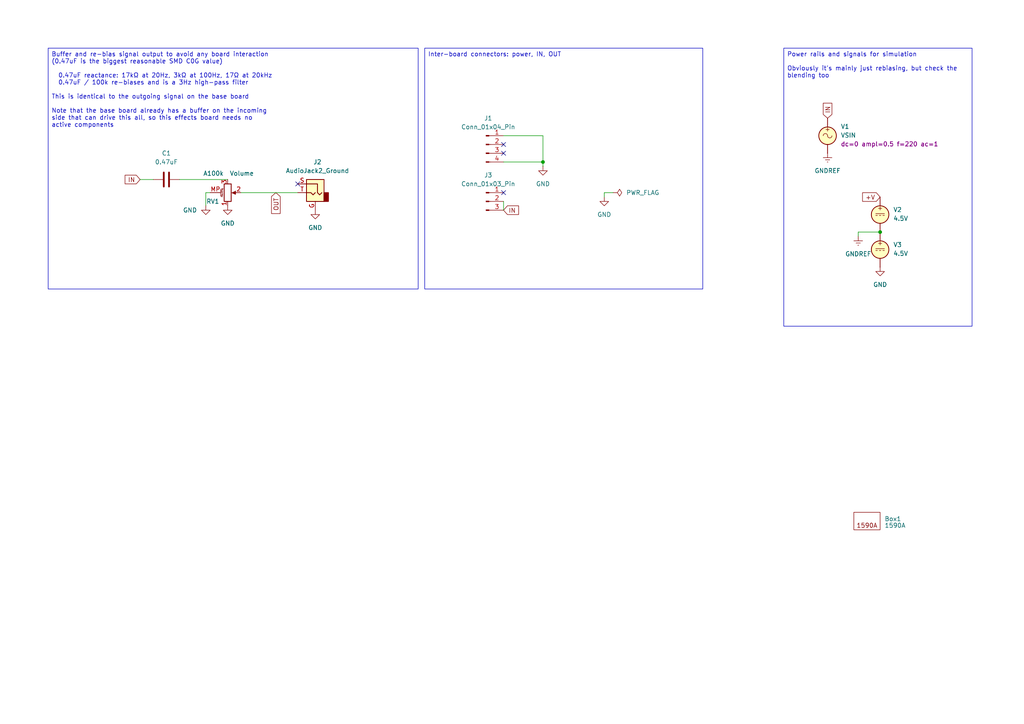
<source format=kicad_sch>
(kicad_sch (version 20250114) (generator "eeschema") (generator_version "9.0")
  (paper "A4")
  (title_block (title "Splitter") (date "2025-05-25") (rev "v2.0"))
  (lib_symbols
    (symbol "Connector:Conn_01x03_Pin" (pin_names (offset 1.016) (hide yes))
      (property "Reference" "J" (at 0 5.08 0))
      (property "Value" "Conn_01x03_Pin" (at 0 -5.08 0))
      (symbol "Conn_01x03_Pin_1_1"
        (rectangle (start 0.8636 2.667) (end 0 2.413) (stroke (width 0.1524)) (fill (type outline)))
        (rectangle (start 0.8636 0.127) (end 0 -0.127) (stroke (width 0.1524)) (fill (type outline)))
        (rectangle (start 0.8636 -2.413) (end 0 -2.667) (stroke (width 0.1524)) (fill (type outline)))
        (polyline (pts (xy 1.27 2.54) (xy 0.8636 2.54)) (stroke (width 0.1524)))
        (polyline (pts (xy 1.27 0) (xy 0.8636 0)) (stroke (width 0.1524)))
        (polyline (pts (xy 1.27 -2.54) (xy 0.8636 -2.54)) (stroke (width 0.1524)))
        (pin passive line (at 5.08 2.54 180) (length 3.81) (name "Pin_1") (number "1"))
        (pin passive line (at 5.08 0 180) (length 3.81) (name "Pin_2") (number "2"))
        (pin passive line (at 5.08 -2.54 180) (length 3.81) (name "Pin_3") (number "3"))
      )
    )
    (symbol "Connector:Conn_01x04_Pin" (pin_names (offset 1.016) (hide yes))
      (property "Reference" "J" (at 0 5.08 0))
      (property "Value" "Conn_01x04_Pin" (at 0 -7.62 0))
      (symbol "Conn_01x04_Pin_1_1"
        (rectangle (start 0.8636 2.667) (end 0 2.413) (stroke (width 0.1524)) (fill (type outline)))
        (rectangle (start 0.8636 0.127) (end 0 -0.127) (stroke (width 0.1524)) (fill (type outline)))
        (rectangle (start 0.8636 -2.413) (end 0 -2.667) (stroke (width 0.1524)) (fill (type outline)))
        (rectangle (start 0.8636 -4.953) (end 0 -5.207) (stroke (width 0.1524)) (fill (type outline)))
        (polyline (pts (xy 1.27 2.54) (xy 0.8636 2.54)) (stroke (width 0.1524)))
        (polyline (pts (xy 1.27 0) (xy 0.8636 0)) (stroke (width 0.1524)))
        (polyline (pts (xy 1.27 -2.54) (xy 0.8636 -2.54)) (stroke (width 0.1524)))
        (polyline (pts (xy 1.27 -5.08) (xy 0.8636 -5.08)) (stroke (width 0.1524)))
        (pin passive line (at 5.08 2.54 180) (length 3.81) (name "Pin_1") (number "1"))
        (pin passive line (at 5.08 0 180) (length 3.81) (name "Pin_2") (number "2"))
        (pin passive line (at 5.08 -2.54 180) (length 3.81) (name "Pin_3") (number "3"))
        (pin passive line (at 5.08 -5.08 180) (length 3.81) (name "Pin_4") (number "4"))
      )
    )
    (symbol "Connector_Audio:AudioJack2_Ground"
      (property "Reference" "J" (at 0 8.89 0))
      (property "Value" "AudioJack2_Ground" (at 0 6.35 0))
      (symbol "AudioJack2_Ground_0_1"
        (rectangle (start -2.54 -2.54) (end -3.81 0) (stroke (width 0.254)) (fill (type outline)))
        (polyline (pts (xy 0 0) (xy 0.635 -0.635) (xy 1.27 0) (xy 2.54 0)) (stroke (width 0.254)))
        (rectangle (start 2.54 3.81) (end -2.54 -2.54) (stroke (width 0.254)) (fill (type background)))
        (polyline (pts (xy 2.54 2.54) (xy -0.635 2.54) (xy -0.635 0) (xy -1.27 -0.635) (xy -1.905 0)) (stroke (width 0.254)))
      )
      (symbol "AudioJack2_Ground_1_1"
        (pin passive line (at 0 -5.08 90) (length 2.54) (name "~") (number "G"))
        (pin passive line (at 5.08 2.54 180) (length 2.54) (name "~") (number "S"))
        (pin passive line (at 5.08 0 180) (length 2.54) (name "~") (number "T"))
      )
    )
    (symbol "Device:C" (pin_numbers (hide yes)) (pin_names (offset 0.254))
      (property "Reference" "C" (at 0.635 2.54 0))
      (property "Value" "C" (at 0.635 -2.54 0))
      (symbol "C_0_1"
        (polyline (pts (xy -2.032 0.762) (xy 2.032 0.762)) (stroke (width 0.508)))
        (polyline (pts (xy -2.032 -0.762) (xy 2.032 -0.762)) (stroke (width 0.508)))
      )
      (symbol "C_1_1"
        (pin passive line (at 0 3.81 270) (length 2.794) (name "~") (number "1"))
        (pin passive line (at 0 -3.81 90) (length 2.794) (name "~") (number "2"))
      )
    )
    (symbol "Device:R_Potentiometer_MountingPin" (pin_names (offset 1.016) (hide yes))
      (property "Reference" "RV" (at -8.255 0 90))
      (property "Value" "R_Potentiometer_MountingPin" (at -6.35 0 90))
      (symbol "R_Potentiometer_MountingPin_0_1"
        (rectangle (start 1.016 2.54) (end -1.016 -2.54) (stroke (width 0.254)))
        (polyline (pts (xy 1.143 0) (xy 2.286 0.508) (xy 2.286 -0.508)) (fill (type outline)))
        (polyline (pts (xy 2.54 0) (xy 1.524 0)))
      )
      (symbol "R_Potentiometer_MountingPin_1_1"
        (polyline (pts (xy -2.032 1.016) (xy -2.032 -1.016)) (stroke (width 0.1524)))
        (text "Mounting" (at -1.651 0 900) (effects (font (size 0.381 0.381))))
        (pin passive line (at -5.08 0 0) (length 3.048) (name "MountPin") (number "MP"))
        (pin passive line (at 0 3.81 270) (length 1.27) (name "1") (number "1"))
        (pin passive line (at 0 -3.81 90) (length 1.27) (name "3") (number "3"))
        (pin passive line (at 3.81 0 180) (length 1.27) (name "2") (number "2"))
      )
    )
    (symbol "Mylib:Enclosure_1590A" (exclude_from_sim yes)
      (property "Reference" "Box" (at 0 0 0))
      (symbol "Enclosure_1590A_0_1"
        (rectangle (start -3.81 1.27) (end 3.81 -3.81))
      )
      (symbol "Enclosure_1590A_1_1"
        (text "1590A" (at 0 -2.54 0) (effects (font (size 1.27 1.27))))
      )
    )
    (symbol "Simulation_SPICE:VDC" (pin_numbers (hide yes)) (pin_names (offset 0.0254))
      (property "Reference" "V" (at 2.54 2.54 0))
      (property "Value" "1" (at 2.54 0 0))
      (symbol "VDC_0_0"
        (polyline (pts (xy -1.27 0.254) (xy 1.27 0.254)))
        (polyline (pts (xy -0.762 -0.254) (xy -1.27 -0.254)))
        (polyline (pts (xy 0.254 -0.254) (xy -0.254 -0.254)))
        (polyline (pts (xy 1.27 -0.254) (xy 0.762 -0.254)))
        (text "+" (at 0 1.905 0) (effects (font (size 1.27 1.27))))
      )
      (symbol "VDC_0_1"
        (circle (center 0 0) (radius 2.54) (stroke (width 0.254)) (fill (type background)))
      )
      (symbol "VDC_1_1"
        (pin passive line (at 0 5.08 270) (length 2.54) (name "~") (number "1"))
        (pin passive line (at 0 -5.08 90) (length 2.54) (name "~") (number "2"))
      )
    )
    (symbol "Simulation_SPICE:VSIN" (pin_numbers (hide yes)) (pin_names (offset 0.0254))
      (property "Reference" "V" (at 2.54 2.54 0))
      (property "Value" "VSIN" (at 2.54 0 0))
      (property "Sim.Params" "dc=0 ampl=1 f=1k ac=1" (at 2.54 -2.54 0))
      (symbol "VSIN_0_0"
        (arc (start -1.27 0) (mid -0.635 0.6323) (end 0 0))
        (arc (start 1.27 0) (mid 0.635 -0.6323) (end 0 0))
        (text "+" (at 0 1.905 0) (effects (font (size 1.27 1.27))))
      )
      (symbol "VSIN_0_1"
        (circle (center 0 0) (radius 2.54) (stroke (width 0.254)) (fill (type background)))
      )
      (symbol "VSIN_1_1"
        (pin passive line (at 0 5.08 270) (length 2.54) (name "~") (number "1"))
        (pin passive line (at 0 -5.08 90) (length 2.54) (name "~") (number "2"))
      )
    )
    (symbol "power:GND" (power) (pin_numbers (hide yes)) (pin_names (offset 0) (hide yes))
      (property "Value" "GND" (at 0 -3.81 0))
      (symbol "GND_0_1"
        (polyline (pts (xy 0 0) (xy 0 -1.27) (xy 1.27 -1.27) (xy 0 -2.54) (xy -1.27 -1.27) (xy 0 -1.27)))
      )
      (symbol "GND_1_1"
        (pin power_in line (at 0 0 270) (length 0) (name "~") (number "1"))
      )
    )
    (symbol "power:GNDREF" (power) (pin_numbers (hide yes)) (pin_names (offset 0) (hide yes))
      (property "Value" "GNDREF" (at 0 -3.81 0))
      (symbol "GNDREF_0_1"
        (polyline (pts (xy -0.635 -1.905) (xy 0.635 -1.905)))
        (polyline (pts (xy -0.127 -2.54) (xy 0.127 -2.54)))
        (polyline (pts (xy 0 -1.27) (xy 0 0)))
        (polyline (pts (xy 1.27 -1.27) (xy -1.27 -1.27)))
      )
      (symbol "GNDREF_1_1"
        (pin power_in line (at 0 0 270) (length 0) (name "~") (number "1"))
      )
    )
    (symbol "power:PWR_FLAG" (power) (pin_numbers (hide yes)) (pin_names (offset 0) (hide yes))
      (property "Value" "PWR_FLAG" (at 0 3.81 0))
      (symbol "PWR_FLAG_0_0"
        (pin power_out line (at 0 0 90) (length 0) (name "~") (number "1"))
      )
      (symbol "PWR_FLAG_0_1"
        (polyline (pts (xy 0 0) (xy 0 1.27) (xy -1.016 1.905) (xy 0 2.54) (xy 1.016 1.905) (xy 0 1.27)))
      )
    )
  )
  (text_box "Inter-board connectors: power, IN, OUT" (at 123.19 13.97 0) (size 80.645 69.85) (margins 0.9525 0.9525 0.9525 0.9525) (effects (font (size 1.27 1.27)) (justify left top)))
  (text_box "Buffer and re-bias signal output to avoid any board interaction\n(0.47uF is the biggest reasonable SMD C0G value)\n\n  0.47uF reactance: 17kΩ at 20Hz, 3kΩ at 100Hz, 17Ω at 20kHz\n  0.47uF / 100k re-biases and is a 3Hz high-pass filter\n\nThis is identical to the outgoing signal on the base board\n\nNote that the base board already has a buffer on the incoming\nside that can drive this all, so this effects board needs no\nactive components" (at 13.97 13.97 0) (size 107.315 69.85) (margins 0.9525 0.9525 0.9525 0.9525) (effects (font (size 1.27 1.27)) (justify left top)))
  (text_box "Power rails and signals for simulation\n\nObviously it's mainly just rebiasing, but check the blending too" (at 227.33 13.97 0) (size 54.61 80.645) (margins 0.9525 0.9525 0.9525 0.9525) (effects (font (size 1.27 1.27)) (justify left top)))
  (junction (at 157.48 46.99))
  (junction (at 255.27 67.31))
  (no_connect (at 146.05 41.91))
  (no_connect (at 86.36 53.34))
  (no_connect (at 146.05 44.45))
  (no_connect (at 146.05 55.88))
  (wire (pts (xy 157.48 39.37) (xy 157.48 46.99)))
  (wire (pts (xy 248.92 67.31) (xy 248.92 68.58)))
  (wire (pts (xy 146.05 46.99) (xy 157.48 46.99)))
  (wire (pts (xy 255.27 67.31) (xy 248.92 67.31)))
  (wire (pts (xy 69.85 55.88) (xy 86.36 55.88)))
  (wire (pts (xy 59.69 55.88) (xy 60.96 55.88)))
  (wire (pts (xy 146.05 39.37) (xy 157.48 39.37)))
  (wire (pts (xy 40.64 52.07) (xy 44.45 52.07)))
  (wire (pts (xy 157.48 46.99) (xy 157.48 48.26)))
  (wire (pts (xy 177.8 55.88) (xy 175.26 55.88)))
  (wire (pts (xy 175.26 55.88) (xy 175.26 57.15)))
  (wire (pts (xy 146.05 58.42) (xy 146.05 60.96)))
  (wire (pts (xy 59.69 59.69) (xy 59.69 55.88)))
  (wire (pts (xy 52.07 52.07) (xy 66.04 52.07)))
  (global_label "OUT" (shape input) (at 80.01 55.88 270) (property "Intersheetrefs" "${INTERSHEET_REFS}" (effects (hide yes))))
  (global_label "IN" (shape input) (at 146.05 60.96 0) (property "Intersheetrefs" "${INTERSHEET_REFS}" (effects (hide yes))))
  (global_label "IN" (shape input) (at 40.64 52.07 180) (property "Intersheetrefs" "${INTERSHEET_REFS}" (effects (hide yes))))
  (global_label "IN" (shape input) (at 240.03 34.29 90) (property "Intersheetrefs" "${INTERSHEET_REFS}" (effects (hide yes))))
  (global_label "+V" (shape input) (at 255.27 57.15 180) (property "Intersheetrefs" "${INTERSHEET_REFS}" (effects (hide yes))))
  (symbol (lib_id "power:GND") (at 59.69 59.69 0) (mirror y) (unit 1)
    (property "Reference" "#PWR04" (effects (hide yes)))
    (property "Value" "GND" (at 57.15 60.9599 0) (effects (justify left)))
    (property "Description" "Power symbol creates a global label with name \"GND\" , ground" (effects (hide yes)))
  )
  (symbol (lib_id "Connector_Audio:AudioJack2_Ground") (at 91.44 55.88 0) (mirror y) (unit 1) (exclude_from_sim yes)
    (property "Reference" "J2" (at 92.075 46.99 0))
    (property "Value" "AudioJack2_Ground" (at 92.075 49.53 0))
    (property "Footprint" "Mylib:CK-6.35" (effects (hide yes)))
    (property "Description" "Audio Jack, 2 Poles (Mono / TS), Grounded Sleeve" (effects (hide yes)))
  )
  (symbol (lib_id "power:GND") (at 66.04 59.69 0) (unit 1)
    (property "Reference" "#PWR05" (effects (hide yes)))
    (property "Value" "GND" (at 66.04 64.77 0))
    (property "Description" "Power symbol creates a global label with name \"GND\" , ground" (effects (hide yes)))
  )
  (symbol (lib_id "power:GND") (at 157.48 48.26 0) (unit 1)
    (property "Reference" "#PWR02" (effects (hide yes)))
    (property "Value" "GND" (at 157.48 53.34 0))
    (property "Description" "Power symbol creates a global label with name \"GND\" , ground" (effects (hide yes)))
  )
  (symbol (lib_id "power:GND") (at 175.26 57.15 0) (unit 1)
    (property "Reference" "#PWR03" (effects (hide yes)))
    (property "Value" "GND" (at 175.26 62.23 0))
    (property "Description" "Power symbol creates a global label with name \"GND\" , ground" (effects (hide yes)))
  )
  (symbol (lib_id "power:GNDREF") (at 240.03 44.45 0) (unit 1)
    (property "Reference" "#PWR01" (effects (hide yes)))
    (property "Value" "GNDREF" (at 240.03 49.53 0))
    (property "Description" "Power symbol creates a global label with name \"GNDREF\" , reference supply ground" (effects (hide yes)))
  )
  (symbol (lib_id "Connector:Conn_01x04_Pin") (at 140.97 41.91 0) (unit 1) (exclude_from_sim yes)
    (property "Reference" "J1" (at 141.605 34.29 0))
    (property "Value" "Conn_01x04_Pin" (at 141.605 36.83 0))
    (property "Footprint" "Connector_PinHeader_2.54mm:PinHeader_1x04_P2.54mm_Vertical" (effects (hide yes)))
    (property "Description" "Generic connector, single row, 01x04, script generated" (effects (hide yes)))
  )
  (symbol (lib_id "Device:C") (at 48.26 52.07 270) (mirror x) (unit 1)
    (property "Reference" "C1" (at 48.26 44.45 90))
    (property "Value" "0.47uF" (at 48.26 46.99 90))
    (property "Footprint" "Capacitor_SMD:C_1206_3216Metric_Pad1.33x1.80mm_HandSolder" (effects (hide yes)))
    (property "Description" "Unpolarized capacitor" (effects (hide yes)))
  )
  (symbol (lib_id "Device:R_Potentiometer_MountingPin") (at 66.04 55.88 0) (mirror x) (unit 1)
    (property "Reference" "RV1" (at 61.722 58.42 0))
    (property "Value" "A100k  Volume" (at 66.294 50.292 0))
    (property "Footprint" "Mylib:Potentiometer_9mm_MP" (effects (hide yes)))
    (property "Description" "Potentiometer with a mounting pin" (effects (hide yes)))
    (property "Sim.Device" "R" (effects (hide yes)))
    (property "Sim.Type" "POT" (effects (hide yes)))
    (property "Sim.Pins" "1=r0 2=wiper 3=r1" (effects (hide yes)))
    (property "Sim.Params" "r=10k pos=0.8" (effects (hide yes)))
  )
  (symbol (lib_id "power:PWR_FLAG") (at 177.8 55.88 270) (unit 1)
    (property "Reference" "#FLG01" (effects (hide yes)))
    (property "Value" "PWR_FLAG" (at 181.61 55.8801 90) (effects (justify left)))
    (property "Description" "Special symbol for telling ERC where power comes from" (effects (hide yes)))
  )
  (symbol (lib_id "power:GND") (at 255.27 77.47 0) (unit 1)
    (property "Reference" "#PWR08" (effects (hide yes)))
    (property "Value" "GND" (at 255.27 82.55 0))
    (property "Description" "Power symbol creates a global label with name \"GND\" , ground" (effects (hide yes)))
  )
  (symbol (lib_id "Simulation_SPICE:VDC") (at 255.27 62.23 0) (unit 1) (on_board no)
    (property "Reference" "V2" (at 259.08 60.8301 0) (effects (justify left)))
    (property "Value" "4.5V" (at 259.08 63.3701 0) (effects (justify left)))
    (property "Datasheet" "https://ngspice.sourceforge.io/docs/ngspice-html-manual/manual.xhtml#sec_Independent_Sources_for" (effects (hide yes)))
    (property "Description" "Voltage source, DC" (effects (hide yes)))
    (property "Sim.Pins" "1=+ 2=-" (effects (hide yes)))
    (property "Sim.Type" "DC" (effects (hide yes)))
    (property "Sim.Device" "V" (effects (hide yes)))
  )
  (symbol (lib_id "power:GND") (at 91.44 60.96 0) (mirror y) (unit 1)
    (property "Reference" "#PWR06" (effects (hide yes)))
    (property "Value" "GND" (at 91.44 66.04 0))
    (property "Description" "Power symbol creates a global label with name \"GND\" , ground" (effects (hide yes)))
  )
  (symbol (lib_id "Mylib:Enclosure_1590A") (at 251.46 149.86 0) (unit 1) (exclude_from_sim yes)
    (property "Reference" "Box1" (at 256.54 150.4949 0) (effects (justify left)))
    (property "Value" "1590A" (at 256.54 152.4 0) (effects (justify left)))
    (property "Footprint" "Mylib:1590A" (effects (hide yes)))
  )
  (symbol (lib_id "Simulation_SPICE:VSIN") (at 240.03 39.37 0) (unit 1) (on_board no)
    (property "Reference" "V1" (at 243.84 36.7001 0) (effects (justify left)))
    (property "Value" "VSIN" (at 243.84 39.2401 0) (effects (justify left)))
    (property "Datasheet" "https://ngspice.sourceforge.io/docs/ngspice-html-manual/manual.xhtml#sec_Independent_Sources_for" (effects (hide yes)))
    (property "Description" "Voltage source, sinusoidal" (effects (hide yes)))
    (property "Sim.Pins" "1=+ 2=-" (effects (hide yes)))
    (property "Sim.Params" "dc=0 ampl=0.5 f=220 ac=1" (at 243.84 41.7801 0) (effects (justify left)))
    (property "Sim.Type" "SIN" (effects (hide yes)))
    (property "Sim.Device" "V" (effects (hide yes)))
  )
  (symbol (lib_id "Simulation_SPICE:VDC") (at 255.27 72.39 0) (unit 1) (on_board no)
    (property "Reference" "V3" (at 259.08 70.9901 0) (effects (justify left)))
    (property "Value" "4.5V" (at 259.08 73.5301 0) (effects (justify left)))
    (property "Datasheet" "https://ngspice.sourceforge.io/docs/ngspice-html-manual/manual.xhtml#sec_Independent_Sources_for" (effects (hide yes)))
    (property "Description" "Voltage source, DC" (effects (hide yes)))
    (property "Sim.Pins" "1=+ 2=-" (effects (hide yes)))
    (property "Sim.Type" "DC" (effects (hide yes)))
    (property "Sim.Device" "V" (effects (hide yes)))
  )
  (symbol (lib_id "Connector:Conn_01x03_Pin") (at 140.97 58.42 0) (unit 1) (exclude_from_sim yes)
    (property "Reference" "J3" (at 141.605 50.8 0))
    (property "Value" "Conn_01x03_Pin" (at 141.605 53.34 0))
    (property "Footprint" "Connector_PinHeader_2.54mm:PinHeader_1x03_P2.54mm_Vertical" (effects (hide yes)))
    (property "Description" "Generic connector, single row, 01x03, script generated" (effects (hide yes)))
  )
  (symbol (lib_id "power:GNDREF") (at 248.92 68.58 0) (unit 1)
    (property "Reference" "#PWR07" (effects (hide yes)))
    (property "Value" "GNDREF" (at 248.92 73.66 0))
    (property "Description" "Power symbol creates a global label with name \"GNDREF\" , reference supply ground" (effects (hide yes)))
  )
)
</source>
